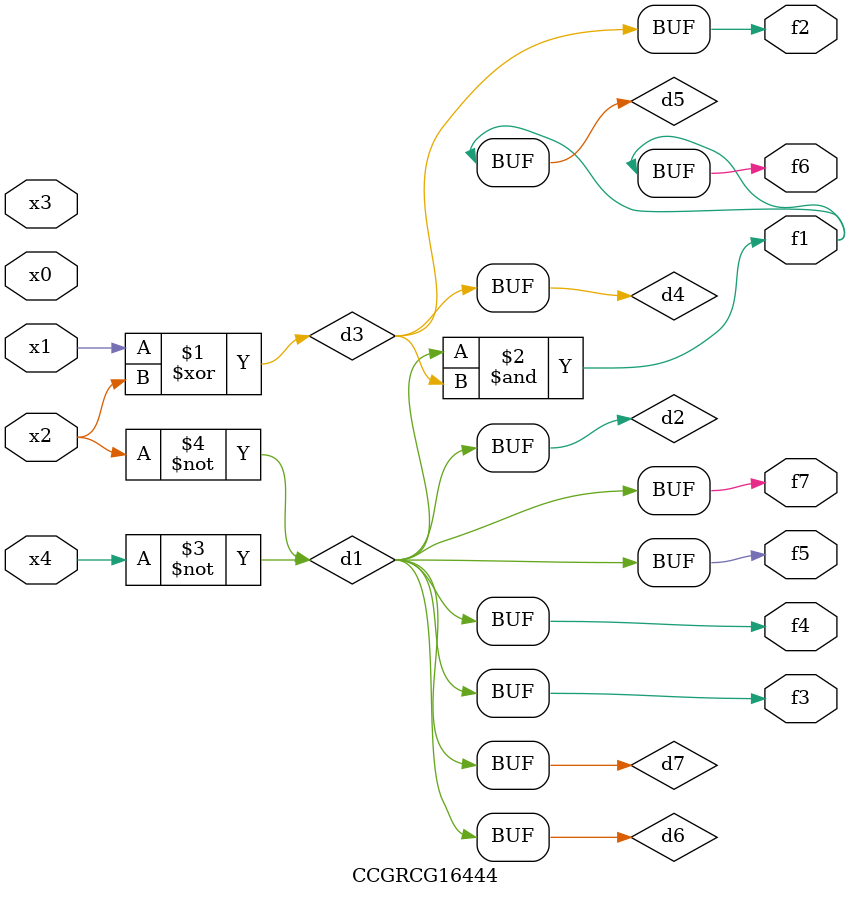
<source format=v>
module CCGRCG16444(
	input x0, x1, x2, x3, x4,
	output f1, f2, f3, f4, f5, f6, f7
);

	wire d1, d2, d3, d4, d5, d6, d7;

	not (d1, x4);
	not (d2, x2);
	xor (d3, x1, x2);
	buf (d4, d3);
	and (d5, d1, d3);
	buf (d6, d1, d2);
	buf (d7, d2);
	assign f1 = d5;
	assign f2 = d4;
	assign f3 = d7;
	assign f4 = d7;
	assign f5 = d7;
	assign f6 = d5;
	assign f7 = d7;
endmodule

</source>
